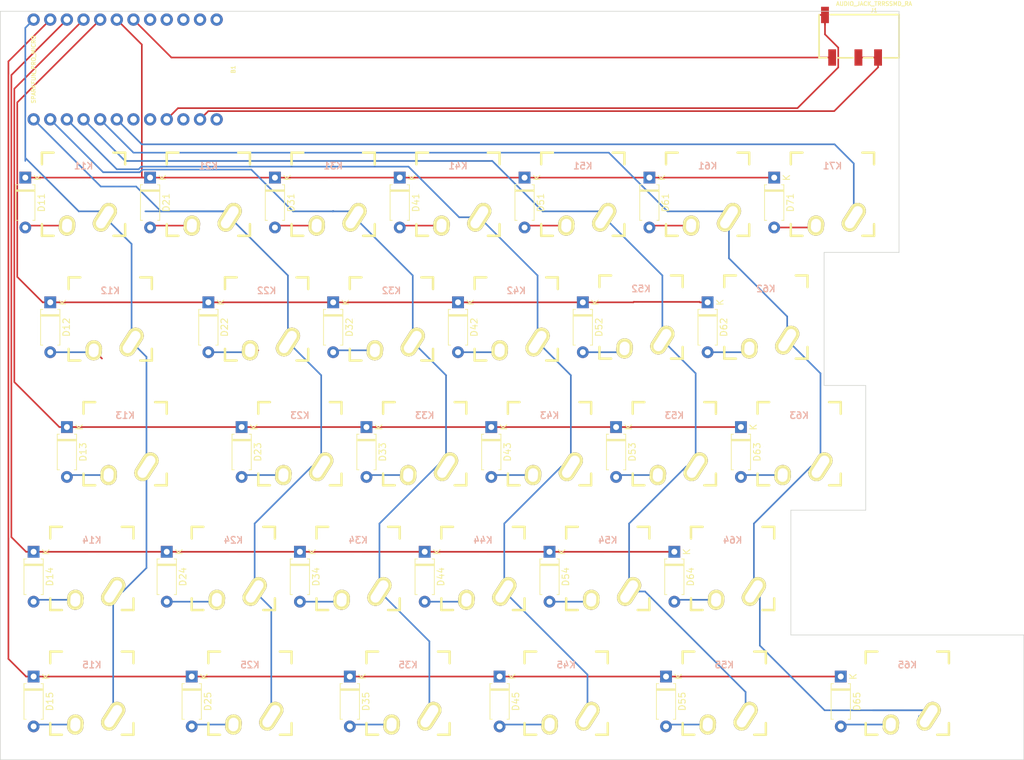
<source format=kicad_pcb>
(kicad_pcb (version 20171130) (host pcbnew 5.1.5-5.1.5)
  (layers (0 F.Cu signal) (31 B.Cu signal) (34 B.Paste user) (35 F.Paste user) (36 B.SilkS user) (37 F.SilkS user) (38 B.Mask user) (39 F.Mask user) (44 Edge.Cuts user))
  (net 0 "")
  (net 1 "Net-(D11-Pad2)")
  (net 2 "Net-(D12-Pad2)")
  (net 3 "Net-(D13-Pad2)")
  (net 4 "Net-(D14-Pad2)")
  (net 5 "Net-(D15-Pad2)")
  (net 6 "Net-(D21-Pad2)")
  (net 7 "Net-(D22-Pad2)")
  (net 8 "Net-(D23-Pad2)")
  (net 9 "Net-(D24-Pad2)")
  (net 10 "Net-(D25-Pad2)")
  (net 11 "Net-(D31-Pad2)")
  (net 12 "Net-(D32-Pad2)")
  (net 13 "Net-(D33-Pad2)")
  (net 14 "Net-(D34-Pad2)")
  (net 15 "Net-(D35-Pad2)")
  (net 16 "Net-(D41-Pad2)")
  (net 17 "Net-(D42-Pad2)")
  (net 18 "Net-(D43-Pad2)")
  (net 19 "Net-(D44-Pad2)")
  (net 20 "Net-(D45-Pad2)")
  (net 21 "Net-(D51-Pad2)")
  (net 22 "Net-(D52-Pad2)")
  (net 23 "Net-(D53-Pad2)")
  (net 24 "Net-(D54-Pad2)")
  (net 25 "Net-(D55-Pad2)")
  (net 26 "Net-(D61-Pad2)")
  (net 27 "Net-(D62-Pad2)")
  (net 28 "Net-(D63-Pad2)")
  (net 29 "Net-(D64-Pad2)")
  (net 30 "Net-(D65-Pad2)")
  (net 31 "Net-(D71-Pad2)")
  (net 32 /R1)
  (net 33 /R2)
  (net 34 /C1)
  (net 35 /C2)
  (net 36 /C3)
  (net 37 /C4)
  (net 38 /C5)
  (net 39 /C6)
  (net 40 /C7)
  (net 41 "Net-(B1-Pad6)")
  (net 42 /R3)
  (net 43 /R4)
  (net 44 /R5)
  (net 45 VCC)
  (net 46 GND)
  (module Boards:SPARKFUN_PRO_MICRO (layer F.Cu) (at 44.45 53.34 270)
    (fp_text reference B1 (at 0 -15.24 90) (layer F.SilkS) (effects (font (size 0.6096 0.6096) (thickness 0.127))))
    (fp_text value SPARKFUN_PRO_MICRO (at 0 15.24 90) (layer F.SilkS) (effects (font (size 0.6096 0.6096) (thickness 0.127))))
    (pad 1 thru_hole circle (at -7.62 -12.7 270) (size 1.8796 1.8796) (drill 1.016) (layers *.Cu *.Mask))
    (pad 2 thru_hole circle (at -7.62 -10.16 270) (size 1.8796 1.8796) (drill 1.016) (layers *.Cu *.Mask))
    (pad 3 thru_hole circle (at -7.62 -7.62 270) (size 1.8796 1.8796) (drill 1.016) (layers *.Cu *.Mask))
    (pad 4 thru_hole circle (at -7.62 -5.08 270) (size 1.8796 1.8796) (drill 1.016) (layers *.Cu *.Mask))
    (pad 5 thru_hole circle (at -7.62 -2.54 270) (size 1.8796 1.8796) (drill 1.016) (layers *.Cu *.Mask))
    (pad 6 thru_hole circle (at -7.62 0 270) (size 1.8796 1.8796) (drill 1.016) (layers *.Cu *.Mask) (net 41 "Net-(B1-Pad6)"))
    (pad 7 thru_hole circle (at -7.62 2.54 270) (size 1.8796 1.8796) (drill 1.016) (layers *.Cu *.Mask) (net 32 /R1))
    (pad 8 thru_hole circle (at -7.62 5.08 270) (size 1.8796 1.8796) (drill 1.016) (layers *.Cu *.Mask) (net 33 /R2))
    (pad 9 thru_hole circle (at -7.62 7.62 270) (size 1.8796 1.8796) (drill 1.016) (layers *.Cu *.Mask) (net 42 /R3))
    (pad 10 thru_hole circle (at -7.62 10.16 270) (size 1.8796 1.8796) (drill 1.016) (layers *.Cu *.Mask) (net 43 /R4))
    (pad 11 thru_hole circle (at -7.62 12.7 270) (size 1.8796 1.8796) (drill 1.016) (layers *.Cu *.Mask) (net 44 /R5))
    (pad 12 thru_hole circle (at -7.62 15.24 270) (size 1.8796 1.8796) (drill 1.016) (layers *.Cu *.Mask) (net 34 /C1))
    (pad 13 thru_hole circle (at 7.62 15.24 270) (size 1.8796 1.8796) (drill 1.016) (layers *.Cu *.Mask) (net 35 /C2))
    (pad 14 thru_hole circle (at 7.62 12.7 270) (size 1.8796 1.8796) (drill 1.016) (layers *.Cu *.Mask) (net 36 /C3))
    (pad 15 thru_hole circle (at 7.62 10.16 270) (size 1.8796 1.8796) (drill 1.016) (layers *.Cu *.Mask) (net 37 /C4))
    (pad 16 thru_hole circle (at 7.62 7.62 270) (size 1.8796 1.8796) (drill 1.016) (layers *.Cu *.Mask) (net 38 /C5))
    (pad 17 thru_hole circle (at 7.62 5.08 270) (size 1.8796 1.8796) (drill 1.016) (layers *.Cu *.Mask) (net 39 /C6))
    (pad 18 thru_hole circle (at 7.62 2.54 270) (size 1.8796 1.8796) (drill 1.016) (layers *.Cu *.Mask) (net 40 /C7))
    (pad 19 thru_hole circle (at 7.62 0 270) (size 1.8796 1.8796) (drill 1.016) (layers *.Cu *.Mask))
    (pad 20 thru_hole circle (at 7.62 -2.54 270) (size 1.8796 1.8796) (drill 1.016) (layers *.Cu *.Mask))
    (pad 21 thru_hole circle (at 7.62 -5.08 270) (size 1.8796 1.8796) (drill 1.016) (layers *.Cu *.Mask) (net 45 VCC))
    (pad 22 thru_hole circle (at 7.62 -7.62 270) (size 1.8796 1.8796) (drill 1.016) (layers *.Cu *.Mask))
    (pad 23 thru_hole circle (at 7.62 -10.16 270) (size 1.8796 1.8796) (drill 1.016) (layers *.Cu *.Mask) (net 46 GND))
    (pad 24 thru_hole circle (at 7.62 -12.7 270) (size 1.8796 1.8796) (drill 1.016) (layers *.Cu *.Mask))
  )
  (module keebs:Mx_Alps_125 (layer F.Cu) (at 38.1 129.54 180)
    (fp_text reference K14 (at 0 4.318) (layer B.SilkS) (effects (font (thickness 0.2)) (justify mirror)))
    (fp_text value KEYSW hide)
    (pad 2 thru_hole oval (at 2.52 -4.79 176.1) (size 2.5 3.08) (drill oval 1.5 2.08) (layers *.Cu *.Mask F.SilkS) (net 4 "Net-(D14-Pad2)"))
    (pad 1 thru_hole oval (at -3.255 -3.52 147.5) (size 2.5 4.75) (drill oval 1.5 3.75) (layers *.Cu *.Mask F.SilkS) (net 34 /C1))
    (pad HOLE np_thru_hole circle (at 5.08 0 180) (size 1.7018 1.7018) (drill 1.7018) (layers *.Cu))
    (pad HOLE np_thru_hole circle (at -5.08 0 180) (size 1.7018 1.7018) (drill 1.7018) (layers *.Cu))
    (pad HOLE np_thru_hole circle (at 0 0 180) (size 3.9878 3.9878) (drill 3.9878) (layers *.Cu))
  )
  (module keebs:Mx_Alps_150 (layer F.Cu) (at 40.906701 91.44 180)
    (fp_text reference K12 (at 0 4.318) (layer B.SilkS) (effects (font (thickness 0.2)) (justify mirror)))
    (fp_text value KEYSW hide)
    (pad HOLE np_thru_hole circle (at 0 0 180) (size 3.9878 3.9878) (drill 3.9878) (layers *.Cu))
    (pad HOLE np_thru_hole circle (at -5.08 0 180) (size 1.7018 1.7018) (drill 1.7018) (layers *.Cu))
    (pad HOLE np_thru_hole circle (at 5.08 0 180) (size 1.7018 1.7018) (drill 1.7018) (layers *.Cu))
    (pad 1 thru_hole oval (at -3.255 -3.52 147.5) (size 2.5 4.75) (drill oval 1.5 3.75) (layers *.Cu *.Mask F.SilkS) (net 34 /C1))
    (pad 2 thru_hole oval (at 2.52 -4.79 176.1) (size 2.5 3.08) (drill oval 1.5 2.08) (layers *.Cu *.Mask F.SilkS) (net 2 "Net-(D12-Pad2)"))
  )
  (module Diode_THT:D_A-405_P7.62mm_Horizontal (layer F.Cu) (at 29.21 146.05 270)
    (fp_text reference D15 (at 3.81 -2.47 90) (layer F.SilkS))
    (fp_text value D)
    (fp_text user K (at 0 -1.9 90) (layer F.SilkS))
    (pad 1 thru_hole rect (at 0 0 270) (size 1.8 1.8) (drill 0.9) (layers *.Cu *.Mask) (net 44 /R5))
    (pad 2 thru_hole oval (at 7.62 0 270) (size 1.8 1.8) (drill 0.9) (layers *.Cu *.Mask) (net 5 "Net-(D15-Pad2)"))
  )
  (module keebs:Mx_Alps_100 (layer F.Cu) (at 151.13 72.39 180)
    (fp_text reference K71 (at 0 4.318) (layer B.SilkS) (effects (font (thickness 0.2)) (justify mirror)))
    (fp_text value KEYSW hide)
    (pad 2 thru_hole oval (at 2.52 -4.79 176.1) (size 2.5 3.08) (drill oval 1.5 2.08) (layers *.Cu *.Mask F.SilkS) (net 31 "Net-(D71-Pad2)"))
    (pad 1 thru_hole oval (at -3.255 -3.52 147.5) (size 2.5 4.75) (drill oval 1.5 3.75) (layers *.Cu *.Mask F.SilkS) (net 40 /C7))
    (pad HOLE np_thru_hole circle (at 5.08 0 180) (size 1.7018 1.7018) (drill 1.7018) (layers *.Cu))
    (pad HOLE np_thru_hole circle (at -5.08 0 180) (size 1.7018 1.7018) (drill 1.7018) (layers *.Cu))
    (pad HOLE np_thru_hole circle (at 0 0 180) (size 3.9878 3.9878) (drill 3.9878) (layers *.Cu))
  )
  (module Diode_THT:D_A-405_P7.62mm_Horizontal (layer F.Cu) (at 27.94 69.85 270)
    (fp_text reference D11 (at 3.81 -2.47 90) (layer F.SilkS))
    (fp_text value D)
    (fp_text user K (at 0 -1.9 90) (layer F.SilkS))
    (pad 1 thru_hole rect (at 0 0 270) (size 1.8 1.8) (drill 0.9) (layers *.Cu *.Mask) (net 32 /R1))
    (pad 2 thru_hole oval (at 7.62 0 270) (size 1.8 1.8) (drill 0.9) (layers *.Cu *.Mask) (net 1 "Net-(D11-Pad2)"))
  )
  (module Diode_THT:D_A-405_P7.62mm_Horizontal (layer F.Cu) (at 31.75 88.9 270)
    (fp_text reference D12 (at 3.81 -2.47 90) (layer F.SilkS))
    (fp_text value D)
    (fp_text user K (at 0 -1.9 90) (layer F.SilkS))
    (pad 2 thru_hole oval (at 7.62 0 270) (size 1.8 1.8) (drill 0.9) (layers *.Cu *.Mask) (net 2 "Net-(D12-Pad2)"))
    (pad 1 thru_hole rect (at 0 0 270) (size 1.8 1.8) (drill 0.9) (layers *.Cu *.Mask) (net 33 /R2))
  )
  (module Diode_THT:D_A-405_P7.62mm_Horizontal (layer F.Cu) (at 34.29 107.95 270)
    (fp_text reference D13 (at 3.81 -2.47 90) (layer F.SilkS))
    (fp_text value D)
    (fp_text user K (at 0 -1.9 90) (layer F.SilkS))
    (pad 1 thru_hole rect (at 0 0 270) (size 1.8 1.8) (drill 0.9) (layers *.Cu *.Mask) (net 42 /R3))
    (pad 2 thru_hole oval (at 7.62 0 270) (size 1.8 1.8) (drill 0.9) (layers *.Cu *.Mask) (net 3 "Net-(D13-Pad2)"))
  )
  (module Diode_THT:D_A-405_P7.62mm_Horizontal (layer F.Cu) (at 29.21 127 270)
    (fp_text reference D14 (at 3.81 -2.47 90) (layer F.SilkS))
    (fp_text value D)
    (fp_text user K (at 0 -1.9 90) (layer F.SilkS))
    (pad 2 thru_hole oval (at 7.62 0 270) (size 1.8 1.8) (drill 0.9) (layers *.Cu *.Mask) (net 4 "Net-(D14-Pad2)"))
    (pad 1 thru_hole rect (at 0 0 270) (size 1.8 1.8) (drill 0.9) (layers *.Cu *.Mask) (net 43 /R4))
  )
  (module Diode_THT:D_A-405_P7.62mm_Horizontal (layer F.Cu) (at 46.99 69.85 270)
    (fp_text reference D21 (at 3.81 -2.47 90) (layer F.SilkS))
    (fp_text value D)
    (fp_text user K (at 0 -1.9 90) (layer F.SilkS))
    (pad 1 thru_hole rect (at 0 0 270) (size 1.8 1.8) (drill 0.9) (layers *.Cu *.Mask) (net 32 /R1))
    (pad 2 thru_hole oval (at 7.62 0 270) (size 1.8 1.8) (drill 0.9) (layers *.Cu *.Mask) (net 6 "Net-(D21-Pad2)"))
  )
  (module Diode_THT:D_A-405_P7.62mm_Horizontal (layer F.Cu) (at 55.88 88.9 270)
    (fp_text reference D22 (at 3.81 -2.47 90) (layer F.SilkS))
    (fp_text value D)
    (fp_text user K (at 0 -1.9 90) (layer F.SilkS))
    (pad 1 thru_hole rect (at 0 0 270) (size 1.8 1.8) (drill 0.9) (layers *.Cu *.Mask) (net 33 /R2))
    (pad 2 thru_hole oval (at 7.62 0 270) (size 1.8 1.8) (drill 0.9) (layers *.Cu *.Mask) (net 7 "Net-(D22-Pad2)"))
  )
  (module Diode_THT:D_A-405_P7.62mm_Horizontal (layer F.Cu) (at 60.96 107.95 270)
    (fp_text reference D23 (at 3.81 -2.47 90) (layer F.SilkS))
    (fp_text value D)
    (fp_text user K (at 0 -1.9 90) (layer F.SilkS))
    (pad 2 thru_hole oval (at 7.62 0 270) (size 1.8 1.8) (drill 0.9) (layers *.Cu *.Mask) (net 8 "Net-(D23-Pad2)"))
    (pad 1 thru_hole rect (at 0 0 270) (size 1.8 1.8) (drill 0.9) (layers *.Cu *.Mask) (net 42 /R3))
  )
  (module Diode_THT:D_A-405_P7.62mm_Horizontal (layer F.Cu) (at 49.53 127 270)
    (fp_text reference D24 (at 3.81 -2.47 90) (layer F.SilkS))
    (fp_text value D)
    (fp_text user K (at 0 -1.9 90) (layer F.SilkS))
    (pad 1 thru_hole rect (at 0 0 270) (size 1.8 1.8) (drill 0.9) (layers *.Cu *.Mask) (net 43 /R4))
    (pad 2 thru_hole oval (at 7.62 0 270) (size 1.8 1.8) (drill 0.9) (layers *.Cu *.Mask) (net 9 "Net-(D24-Pad2)"))
  )
  (module Diode_THT:D_A-405_P7.62mm_Horizontal (layer F.Cu) (at 53.34 146.05 270)
    (fp_text reference D25 (at 3.81 -2.47 90) (layer F.SilkS))
    (fp_text value D)
    (fp_text user K (at 0 -1.9 90) (layer F.SilkS))
    (pad 2 thru_hole oval (at 7.62 0 270) (size 1.8 1.8) (drill 0.9) (layers *.Cu *.Mask) (net 10 "Net-(D25-Pad2)"))
    (pad 1 thru_hole rect (at 0 0 270) (size 1.8 1.8) (drill 0.9) (layers *.Cu *.Mask) (net 44 /R5))
  )
  (module Diode_THT:D_A-405_P7.62mm_Horizontal (layer F.Cu) (at 66.04 69.85 270)
    (fp_text reference D31 (at 3.81 -2.47 90) (layer F.SilkS))
    (fp_text value D)
    (fp_text user K (at 0 -1.9 90) (layer F.SilkS))
    (pad 1 thru_hole rect (at 0 0 270) (size 1.8 1.8) (drill 0.9) (layers *.Cu *.Mask) (net 32 /R1))
    (pad 2 thru_hole oval (at 7.62 0 270) (size 1.8 1.8) (drill 0.9) (layers *.Cu *.Mask) (net 11 "Net-(D31-Pad2)"))
  )
  (module Diode_THT:D_A-405_P7.62mm_Horizontal (layer F.Cu) (at 74.93 88.9 270)
    (fp_text reference D32 (at 3.81 -2.47 90) (layer F.SilkS))
    (fp_text value D)
    (fp_text user K (at 0 -1.9 90) (layer F.SilkS))
    (pad 2 thru_hole oval (at 7.62 0 270) (size 1.8 1.8) (drill 0.9) (layers *.Cu *.Mask) (net 12 "Net-(D32-Pad2)"))
    (pad 1 thru_hole rect (at 0 0 270) (size 1.8 1.8) (drill 0.9) (layers *.Cu *.Mask) (net 33 /R2))
  )
  (module Diode_THT:D_A-405_P7.62mm_Horizontal (layer F.Cu) (at 80.01 107.95 270)
    (fp_text reference D33 (at 3.81 -2.47 90) (layer F.SilkS))
    (fp_text value D)
    (fp_text user K (at 0 -1.9 90) (layer F.SilkS))
    (pad 1 thru_hole rect (at 0 0 270) (size 1.8 1.8) (drill 0.9) (layers *.Cu *.Mask) (net 42 /R3))
    (pad 2 thru_hole oval (at 7.62 0 270) (size 1.8 1.8) (drill 0.9) (layers *.Cu *.Mask) (net 13 "Net-(D33-Pad2)"))
  )
  (module Diode_THT:D_A-405_P7.62mm_Horizontal (layer F.Cu) (at 69.85 127 270)
    (fp_text reference D34 (at 3.81 -2.47 90) (layer F.SilkS))
    (fp_text value D)
    (fp_text user K (at 0 -1.9 90) (layer F.SilkS))
    (pad 2 thru_hole oval (at 7.62 0 270) (size 1.8 1.8) (drill 0.9) (layers *.Cu *.Mask) (net 14 "Net-(D34-Pad2)"))
    (pad 1 thru_hole rect (at 0 0 270) (size 1.8 1.8) (drill 0.9) (layers *.Cu *.Mask) (net 43 /R4))
  )
  (module Diode_THT:D_A-405_P7.62mm_Horizontal (layer F.Cu) (at 77.47 146.05 270)
    (fp_text reference D35 (at 3.81 -2.47 90) (layer F.SilkS))
    (fp_text value D)
    (fp_text user K (at 0 -1.9 90) (layer F.SilkS))
    (pad 1 thru_hole rect (at 0 0 270) (size 1.8 1.8) (drill 0.9) (layers *.Cu *.Mask) (net 44 /R5))
    (pad 2 thru_hole oval (at 7.62 0 270) (size 1.8 1.8) (drill 0.9) (layers *.Cu *.Mask) (net 15 "Net-(D35-Pad2)"))
  )
  (module Diode_THT:D_A-405_P7.62mm_Horizontal (layer F.Cu) (at 85.09 69.85 270)
    (fp_text reference D41 (at 3.81 -2.47 90) (layer F.SilkS))
    (fp_text value D)
    (fp_text user K (at 0 -1.9 90) (layer F.SilkS))
    (pad 2 thru_hole oval (at 7.62 0 270) (size 1.8 1.8) (drill 0.9) (layers *.Cu *.Mask) (net 16 "Net-(D41-Pad2)"))
    (pad 1 thru_hole rect (at 0 0 270) (size 1.8 1.8) (drill 0.9) (layers *.Cu *.Mask) (net 32 /R1))
  )
  (module Diode_THT:D_A-405_P7.62mm_Horizontal (layer F.Cu) (at 93.98 88.9 270)
    (fp_text reference D42 (at 3.81 -2.47 90) (layer F.SilkS))
    (fp_text value D)
    (fp_text user K (at 0 -1.9 90) (layer F.SilkS))
    (pad 1 thru_hole rect (at 0 0 270) (size 1.8 1.8) (drill 0.9) (layers *.Cu *.Mask) (net 33 /R2))
    (pad 2 thru_hole oval (at 7.62 0 270) (size 1.8 1.8) (drill 0.9) (layers *.Cu *.Mask) (net 17 "Net-(D42-Pad2)"))
  )
  (module Diode_THT:D_A-405_P7.62mm_Horizontal (layer F.Cu) (at 99.06 107.95 270)
    (fp_text reference D43 (at 3.81 -2.47 90) (layer F.SilkS))
    (fp_text value D)
    (fp_text user K (at 0 -1.9 90) (layer F.SilkS))
    (pad 2 thru_hole oval (at 7.62 0 270) (size 1.8 1.8) (drill 0.9) (layers *.Cu *.Mask) (net 18 "Net-(D43-Pad2)"))
    (pad 1 thru_hole rect (at 0 0 270) (size 1.8 1.8) (drill 0.9) (layers *.Cu *.Mask) (net 42 /R3))
  )
  (module Diode_THT:D_A-405_P7.62mm_Horizontal (layer F.Cu) (at 88.9 127 270)
    (fp_text reference D44 (at 3.81 -2.47 90) (layer F.SilkS))
    (fp_text value D)
    (fp_text user K (at 0 -1.9 90) (layer F.SilkS))
    (pad 1 thru_hole rect (at 0 0 270) (size 1.8 1.8) (drill 0.9) (layers *.Cu *.Mask) (net 43 /R4))
    (pad 2 thru_hole oval (at 7.62 0 270) (size 1.8 1.8) (drill 0.9) (layers *.Cu *.Mask) (net 19 "Net-(D44-Pad2)"))
  )
  (module Diode_THT:D_A-405_P7.62mm_Horizontal (layer F.Cu) (at 100.33 146.05 270)
    (fp_text reference D45 (at 3.81 -2.47 90) (layer F.SilkS))
    (fp_text value D)
    (fp_text user K (at 0 -1.9 90) (layer F.SilkS))
    (pad 2 thru_hole oval (at 7.62 0 270) (size 1.8 1.8) (drill 0.9) (layers *.Cu *.Mask) (net 20 "Net-(D45-Pad2)"))
    (pad 1 thru_hole rect (at 0 0 270) (size 1.8 1.8) (drill 0.9) (layers *.Cu *.Mask) (net 44 /R5))
  )
  (module Diode_THT:D_A-405_P7.62mm_Horizontal (layer F.Cu) (at 104.14 69.85 270)
    (fp_text reference D51 (at 3.81 -2.47 90) (layer F.SilkS))
    (fp_text value D)
    (fp_text user K (at 0 -1.9 90) (layer F.SilkS))
    (pad 2 thru_hole oval (at 7.62 0 270) (size 1.8 1.8) (drill 0.9) (layers *.Cu *.Mask) (net 21 "Net-(D51-Pad2)"))
    (pad 1 thru_hole rect (at 0 0 270) (size 1.8 1.8) (drill 0.9) (layers *.Cu *.Mask) (net 32 /R1))
  )
  (module Diode_THT:D_A-405_P7.62mm_Horizontal (layer F.Cu) (at 113.03 88.9 270)
    (fp_text reference D52 (at 3.81 -2.47 90) (layer F.SilkS))
    (fp_text value D)
    (fp_text user K (at 0 -1.9 90) (layer F.SilkS))
    (pad 1 thru_hole rect (at 0 0 270) (size 1.8 1.8) (drill 0.9) (layers *.Cu *.Mask) (net 33 /R2))
    (pad 2 thru_hole oval (at 7.62 0 270) (size 1.8 1.8) (drill 0.9) (layers *.Cu *.Mask) (net 22 "Net-(D52-Pad2)"))
  )
  (module Diode_THT:D_A-405_P7.62mm_Horizontal (layer F.Cu) (at 118.11 107.95 270)
    (fp_text reference D53 (at 3.81 -2.47 90) (layer F.SilkS))
    (fp_text value D)
    (fp_text user K (at 0 -1.9 90) (layer F.SilkS))
    (pad 1 thru_hole rect (at 0 0 270) (size 1.8 1.8) (drill 0.9) (layers *.Cu *.Mask) (net 42 /R3))
    (pad 2 thru_hole oval (at 7.62 0 270) (size 1.8 1.8) (drill 0.9) (layers *.Cu *.Mask) (net 23 "Net-(D53-Pad2)"))
  )
  (module Diode_THT:D_A-405_P7.62mm_Horizontal (layer F.Cu) (at 107.95 127 270)
    (fp_text reference D54 (at 3.81 -2.47 90) (layer F.SilkS))
    (fp_text value D)
    (fp_text user K (at 0 -1.9 90) (layer F.SilkS))
    (pad 2 thru_hole oval (at 7.62 0 270) (size 1.8 1.8) (drill 0.9) (layers *.Cu *.Mask) (net 24 "Net-(D54-Pad2)"))
    (pad 1 thru_hole rect (at 0 0 270) (size 1.8 1.8) (drill 0.9) (layers *.Cu *.Mask) (net 43 /R4))
  )
  (module Diode_THT:D_A-405_P7.62mm_Horizontal (layer F.Cu) (at 125.73 146.05 270)
    (fp_text reference D55 (at 3.81 -2.47 90) (layer F.SilkS))
    (fp_text value D)
    (fp_text user K (at 0 -1.9 90) (layer F.SilkS))
    (pad 2 thru_hole oval (at 7.62 0 270) (size 1.8 1.8) (drill 0.9) (layers *.Cu *.Mask) (net 25 "Net-(D55-Pad2)"))
    (pad 1 thru_hole rect (at 0 0 270) (size 1.8 1.8) (drill 0.9) (layers *.Cu *.Mask) (net 44 /R5))
  )
  (module Diode_THT:D_A-405_P7.62mm_Horizontal (layer F.Cu) (at 123.19 69.85 270)
    (fp_text reference D61 (at 3.81 -2.47 90) (layer F.SilkS))
    (fp_text value D)
    (fp_text user K (at 0 -1.9 90) (layer F.SilkS))
    (pad 1 thru_hole rect (at 0 0 270) (size 1.8 1.8) (drill 0.9) (layers *.Cu *.Mask) (net 32 /R1))
    (pad 2 thru_hole oval (at 7.62 0 270) (size 1.8 1.8) (drill 0.9) (layers *.Cu *.Mask) (net 26 "Net-(D61-Pad2)"))
  )
  (module Diode_THT:D_A-405_P7.62mm_Horizontal (layer F.Cu) (at 132.08 88.9 270)
    (fp_text reference D62 (at 3.81 -2.47 90) (layer F.SilkS))
    (fp_text value D)
    (fp_text user K (at 0 -1.9 90) (layer F.SilkS))
    (pad 1 thru_hole rect (at 0 0 270) (size 1.8 1.8) (drill 0.9) (layers *.Cu *.Mask) (net 33 /R2))
    (pad 2 thru_hole oval (at 7.62 0 270) (size 1.8 1.8) (drill 0.9) (layers *.Cu *.Mask) (net 27 "Net-(D62-Pad2)"))
  )
  (module Diode_THT:D_A-405_P7.62mm_Horizontal (layer F.Cu) (at 137.16 107.95 270)
    (fp_text reference D63 (at 3.81 -2.47 90) (layer F.SilkS))
    (fp_text value D)
    (fp_text user K (at 0 -1.9 90) (layer F.SilkS))
    (pad 2 thru_hole oval (at 7.62 0 270) (size 1.8 1.8) (drill 0.9) (layers *.Cu *.Mask) (net 28 "Net-(D63-Pad2)"))
    (pad 1 thru_hole rect (at 0 0 270) (size 1.8 1.8) (drill 0.9) (layers *.Cu *.Mask) (net 42 /R3))
  )
  (module Diode_THT:D_A-405_P7.62mm_Horizontal (layer F.Cu) (at 127 127 270)
    (fp_text reference D64 (at 3.81 -2.47 90) (layer F.SilkS))
    (fp_text value D)
    (fp_text user K (at 0 -1.9 90) (layer F.SilkS))
    (pad 2 thru_hole oval (at 7.62 0 270) (size 1.8 1.8) (drill 0.9) (layers *.Cu *.Mask) (net 29 "Net-(D64-Pad2)"))
    (pad 1 thru_hole rect (at 0 0 270) (size 1.8 1.8) (drill 0.9) (layers *.Cu *.Mask) (net 43 /R4))
  )
  (module Diode_THT:D_A-405_P7.62mm_Horizontal (layer F.Cu) (at 152.4 146.05 270)
    (fp_text reference D65 (at 3.81 -2.47 90) (layer F.SilkS))
    (fp_text value D)
    (fp_text user K (at 0 -1.9 90) (layer F.SilkS))
    (pad 1 thru_hole rect (at 0 0 270) (size 1.8 1.8) (drill 0.9) (layers *.Cu *.Mask) (net 44 /R5))
    (pad 2 thru_hole oval (at 7.62 0 270) (size 1.8 1.8) (drill 0.9) (layers *.Cu *.Mask) (net 30 "Net-(D65-Pad2)"))
  )
  (module Diode_THT:D_A-405_P7.62mm_Horizontal (layer F.Cu) (at 142.24 69.85 270)
    (fp_text reference D71 (at 3.81 -2.47 90) (layer F.SilkS))
    (fp_text value D)
    (fp_text user K (at 0 -1.9 90) (layer F.SilkS))
    (pad 1 thru_hole rect (at 0 0 270) (size 1.8 1.8) (drill 0.9) (layers *.Cu *.Mask) (net 32 /R1))
    (pad 2 thru_hole oval (at 7.62 0 270) (size 1.8 1.8) (drill 0.9) (layers *.Cu *.Mask) (net 31 "Net-(D71-Pad2)"))
  )
  (module keebs:Mx_Alps_100 (layer F.Cu) (at 36.83 72.39 180)
    (fp_text reference K11 (at 0 4.318) (layer B.SilkS) (effects (font (thickness 0.2)) (justify mirror)))
    (fp_text value KEYSW hide)
    (pad HOLE np_thru_hole circle (at 0 0 180) (size 3.9878 3.9878) (drill 3.9878) (layers *.Cu))
    (pad HOLE np_thru_hole circle (at -5.08 0 180) (size 1.7018 1.7018) (drill 1.7018) (layers *.Cu))
    (pad HOLE np_thru_hole circle (at 5.08 0 180) (size 1.7018 1.7018) (drill 1.7018) (layers *.Cu))
    (pad 1 thru_hole oval (at -3.255 -3.52 147.5) (size 2.5 4.75) (drill oval 1.5 3.75) (layers *.Cu *.Mask F.SilkS) (net 34 /C1))
    (pad 2 thru_hole oval (at 2.52 -4.79 176.1) (size 2.5 3.08) (drill oval 1.5 2.08) (layers *.Cu *.Mask F.SilkS) (net 1 "Net-(D11-Pad2)"))
  )
  (module keebs:Mx_Alps_175 (layer F.Cu) (at 43.18 110.49 180)
    (fp_text reference K13 (at 0 4.318) (layer B.SilkS) (effects (font (thickness 0.2)) (justify mirror)))
    (fp_text value KEYSW hide)
    (pad HOLE np_thru_hole circle (at 0 0 180) (size 3.9878 3.9878) (drill 3.9878) (layers *.Cu))
    (pad HOLE np_thru_hole circle (at -5.08 0 180) (size 1.7018 1.7018) (drill 1.7018) (layers *.Cu))
    (pad HOLE np_thru_hole circle (at 5.08 0 180) (size 1.7018 1.7018) (drill 1.7018) (layers *.Cu))
    (pad 1 thru_hole oval (at -3.255 -3.52 147.5) (size 2.5 4.75) (drill oval 1.5 3.75) (layers *.Cu *.Mask F.SilkS) (net 34 /C1))
    (pad 2 thru_hole oval (at 2.52 -4.79 176.1) (size 2.5 3.08) (drill oval 1.5 2.08) (layers *.Cu *.Mask F.SilkS) (net 3 "Net-(D13-Pad2)"))
  )
  (module keebs:Mx_Alps_125 (layer F.Cu) (at 38.1 148.59 180)
    (fp_text reference K15 (at 0 4.318) (layer B.SilkS) (effects (font (thickness 0.2)) (justify mirror)))
    (fp_text value KEYSW hide)
    (pad 2 thru_hole oval (at 2.52 -4.79 176.1) (size 2.5 3.08) (drill oval 1.5 2.08) (layers *.Cu *.Mask F.SilkS) (net 5 "Net-(D15-Pad2)"))
    (pad 1 thru_hole oval (at -3.255 -3.52 147.5) (size 2.5 4.75) (drill oval 1.5 3.75) (layers *.Cu *.Mask F.SilkS) (net 34 /C1))
    (pad HOLE np_thru_hole circle (at 5.08 0 180) (size 1.7018 1.7018) (drill 1.7018) (layers *.Cu))
    (pad HOLE np_thru_hole circle (at -5.08 0 180) (size 1.7018 1.7018) (drill 1.7018) (layers *.Cu))
    (pad HOLE np_thru_hole circle (at 0 0 180) (size 3.9878 3.9878) (drill 3.9878) (layers *.Cu))
  )
  (module keebs:Mx_Alps_100 (layer F.Cu) (at 55.88 72.39 180)
    (fp_text reference K21 (at 0 4.318) (layer B.SilkS) (effects (font (thickness 0.2)) (justify mirror)))
    (fp_text value KEYSW hide)
    (pad 2 thru_hole oval (at 2.52 -4.79 176.1) (size 2.5 3.08) (drill oval 1.5 2.08) (layers *.Cu *.Mask F.SilkS) (net 6 "Net-(D21-Pad2)"))
    (pad 1 thru_hole oval (at -3.255 -3.52 147.5) (size 2.5 4.75) (drill oval 1.5 3.75) (layers *.Cu *.Mask F.SilkS) (net 35 /C2))
    (pad HOLE np_thru_hole circle (at 5.08 0 180) (size 1.7018 1.7018) (drill 1.7018) (layers *.Cu))
    (pad HOLE np_thru_hole circle (at -5.08 0 180) (size 1.7018 1.7018) (drill 1.7018) (layers *.Cu))
    (pad HOLE np_thru_hole circle (at 0 0 180) (size 3.9878 3.9878) (drill 3.9878) (layers *.Cu))
  )
  (module keebs:Mx_Alps_100 (layer F.Cu) (at 64.77 91.44 180)
    (fp_text reference K22 (at 0 4.318) (layer B.SilkS) (effects (font (thickness 0.2)) (justify mirror)))
    (fp_text value KEYSW hide)
    (pad HOLE np_thru_hole circle (at 0 0 180) (size 3.9878 3.9878) (drill 3.9878) (layers *.Cu))
    (pad HOLE np_thru_hole circle (at -5.08 0 180) (size 1.7018 1.7018) (drill 1.7018) (layers *.Cu))
    (pad HOLE np_thru_hole circle (at 5.08 0 180) (size 1.7018 1.7018) (drill 1.7018) (layers *.Cu))
    (pad 1 thru_hole oval (at -3.255 -3.52 147.5) (size 2.5 4.75) (drill oval 1.5 3.75) (layers *.Cu *.Mask F.SilkS) (net 35 /C2))
    (pad 2 thru_hole oval (at 2.52 -4.79 176.1) (size 2.5 3.08) (drill oval 1.5 2.08) (layers *.Cu *.Mask F.SilkS) (net 7 "Net-(D22-Pad2)"))
  )
  (module keebs:Mx_Alps_100 (layer F.Cu) (at 69.85 110.49 180)
    (fp_text reference K23 (at 0 4.318) (layer B.SilkS) (effects (font (thickness 0.2)) (justify mirror)))
    (fp_text value KEYSW hide)
    (pad HOLE np_thru_hole circle (at 0 0 180) (size 3.9878 3.9878) (drill 3.9878) (layers *.Cu))
    (pad HOLE np_thru_hole circle (at -5.08 0 180) (size 1.7018 1.7018) (drill 1.7018) (layers *.Cu))
    (pad HOLE np_thru_hole circle (at 5.08 0 180) (size 1.7018 1.7018) (drill 1.7018) (layers *.Cu))
    (pad 1 thru_hole oval (at -3.255 -3.52 147.5) (size 2.5 4.75) (drill oval 1.5 3.75) (layers *.Cu *.Mask F.SilkS) (net 35 /C2))
    (pad 2 thru_hole oval (at 2.52 -4.79 176.1) (size 2.5 3.08) (drill oval 1.5 2.08) (layers *.Cu *.Mask F.SilkS) (net 8 "Net-(D23-Pad2)"))
  )
  (module keebs:Mx_Alps_100 (layer F.Cu) (at 59.69 129.54 180)
    (fp_text reference K24 (at 0 4.318) (layer B.SilkS) (effects (font (thickness 0.2)) (justify mirror)))
    (fp_text value KEYSW hide)
    (pad HOLE np_thru_hole circle (at 0 0 180) (size 3.9878 3.9878) (drill 3.9878) (layers *.Cu))
    (pad HOLE np_thru_hole circle (at -5.08 0 180) (size 1.7018 1.7018) (drill 1.7018) (layers *.Cu))
    (pad HOLE np_thru_hole circle (at 5.08 0 180) (size 1.7018 1.7018) (drill 1.7018) (layers *.Cu))
    (pad 1 thru_hole oval (at -3.255 -3.52 147.5) (size 2.5 4.75) (drill oval 1.5 3.75) (layers *.Cu *.Mask F.SilkS) (net 35 /C2))
    (pad 2 thru_hole oval (at 2.52 -4.79 176.1) (size 2.5 3.08) (drill oval 1.5 2.08) (layers *.Cu *.Mask F.SilkS) (net 9 "Net-(D24-Pad2)"))
  )
  (module keebs:Mx_Alps_125 (layer F.Cu) (at 62.23 148.59 180)
    (fp_text reference K25 (at 0 4.318) (layer B.SilkS) (effects (font (thickness 0.2)) (justify mirror)))
    (fp_text value KEYSW hide)
    (pad HOLE np_thru_hole circle (at 0 0 180) (size 3.9878 3.9878) (drill 3.9878) (layers *.Cu))
    (pad HOLE np_thru_hole circle (at -5.08 0 180) (size 1.7018 1.7018) (drill 1.7018) (layers *.Cu))
    (pad HOLE np_thru_hole circle (at 5.08 0 180) (size 1.7018 1.7018) (drill 1.7018) (layers *.Cu))
    (pad 1 thru_hole oval (at -3.255 -3.52 147.5) (size 2.5 4.75) (drill oval 1.5 3.75) (layers *.Cu *.Mask F.SilkS) (net 35 /C2))
    (pad 2 thru_hole oval (at 2.52 -4.79 176.1) (size 2.5 3.08) (drill oval 1.5 2.08) (layers *.Cu *.Mask F.SilkS) (net 10 "Net-(D25-Pad2)"))
  )
  (module keebs:Mx_Alps_100 (layer F.Cu) (at 74.93 72.39 180)
    (fp_text reference K31 (at 0 4.318) (layer B.SilkS) (effects (font (thickness 0.2)) (justify mirror)))
    (fp_text value KEYSW hide)
    (pad 2 thru_hole oval (at 2.52 -4.79 176.1) (size 2.5 3.08) (drill oval 1.5 2.08) (layers *.Cu *.Mask F.SilkS) (net 11 "Net-(D31-Pad2)"))
    (pad 1 thru_hole oval (at -3.255 -3.52 147.5) (size 2.5 4.75) (drill oval 1.5 3.75) (layers *.Cu *.Mask F.SilkS) (net 36 /C3))
    (pad HOLE np_thru_hole circle (at 5.08 0 180) (size 1.7018 1.7018) (drill 1.7018) (layers *.Cu))
    (pad HOLE np_thru_hole circle (at -5.08 0 180) (size 1.7018 1.7018) (drill 1.7018) (layers *.Cu))
    (pad HOLE np_thru_hole circle (at 0 0 180) (size 3.9878 3.9878) (drill 3.9878) (layers *.Cu))
  )
  (module keebs:Mx_Alps_100 (layer F.Cu) (at 83.82 91.44 180)
    (fp_text reference K32 (at 0 4.318) (layer B.SilkS) (effects (font (thickness 0.2)) (justify mirror)))
    (fp_text value KEYSW hide)
    (pad HOLE np_thru_hole circle (at 0 0 180) (size 3.9878 3.9878) (drill 3.9878) (layers *.Cu))
    (pad HOLE np_thru_hole circle (at -5.08 0 180) (size 1.7018 1.7018) (drill 1.7018) (layers *.Cu))
    (pad HOLE np_thru_hole circle (at 5.08 0 180) (size 1.7018 1.7018) (drill 1.7018) (layers *.Cu))
    (pad 1 thru_hole oval (at -3.255 -3.52 147.5) (size 2.5 4.75) (drill oval 1.5 3.75) (layers *.Cu *.Mask F.SilkS) (net 36 /C3))
    (pad 2 thru_hole oval (at 2.52 -4.79 176.1) (size 2.5 3.08) (drill oval 1.5 2.08) (layers *.Cu *.Mask F.SilkS) (net 12 "Net-(D32-Pad2)"))
  )
  (module keebs:Mx_Alps_100 (layer F.Cu) (at 88.9 110.49 180)
    (fp_text reference K33 (at 0 4.318) (layer B.SilkS) (effects (font (thickness 0.2)) (justify mirror)))
    (fp_text value KEYSW hide)
    (pad 2 thru_hole oval (at 2.52 -4.79 176.1) (size 2.5 3.08) (drill oval 1.5 2.08) (layers *.Cu *.Mask F.SilkS) (net 13 "Net-(D33-Pad2)"))
    (pad 1 thru_hole oval (at -3.255 -3.52 147.5) (size 2.5 4.75) (drill oval 1.5 3.75) (layers *.Cu *.Mask F.SilkS) (net 36 /C3))
    (pad HOLE np_thru_hole circle (at 5.08 0 180) (size 1.7018 1.7018) (drill 1.7018) (layers *.Cu))
    (pad HOLE np_thru_hole circle (at -5.08 0 180) (size 1.7018 1.7018) (drill 1.7018) (layers *.Cu))
    (pad HOLE np_thru_hole circle (at 0 0 180) (size 3.9878 3.9878) (drill 3.9878) (layers *.Cu))
  )
  (module keebs:Mx_Alps_100 (layer F.Cu) (at 78.74 129.54 180)
    (fp_text reference K34 (at 0 4.318) (layer B.SilkS) (effects (font (thickness 0.2)) (justify mirror)))
    (fp_text value KEYSW hide)
    (pad 2 thru_hole oval (at 2.52 -4.79 176.1) (size 2.5 3.08) (drill oval 1.5 2.08) (layers *.Cu *.Mask F.SilkS) (net 14 "Net-(D34-Pad2)"))
    (pad 1 thru_hole oval (at -3.255 -3.52 147.5) (size 2.5 4.75) (drill oval 1.5 3.75) (layers *.Cu *.Mask F.SilkS) (net 36 /C3))
    (pad HOLE np_thru_hole circle (at 5.08 0 180) (size 1.7018 1.7018) (drill 1.7018) (layers *.Cu))
    (pad HOLE np_thru_hole circle (at -5.08 0 180) (size 1.7018 1.7018) (drill 1.7018) (layers *.Cu))
    (pad HOLE np_thru_hole circle (at 0 0 180) (size 3.9878 3.9878) (drill 3.9878) (layers *.Cu))
  )
  (module keebs:Mx_Alps_125 (layer F.Cu) (at 86.36 148.59 180)
    (fp_text reference K35 (at 0 4.318) (layer B.SilkS) (effects (font (thickness 0.2)) (justify mirror)))
    (fp_text value KEYSW hide)
    (pad HOLE np_thru_hole circle (at 0 0 180) (size 3.9878 3.9878) (drill 3.9878) (layers *.Cu))
    (pad HOLE np_thru_hole circle (at -5.08 0 180) (size 1.7018 1.7018) (drill 1.7018) (layers *.Cu))
    (pad HOLE np_thru_hole circle (at 5.08 0 180) (size 1.7018 1.7018) (drill 1.7018) (layers *.Cu))
    (pad 1 thru_hole oval (at -3.255 -3.52 147.5) (size 2.5 4.75) (drill oval 1.5 3.75) (layers *.Cu *.Mask F.SilkS) (net 36 /C3))
    (pad 2 thru_hole oval (at 2.52 -4.79 176.1) (size 2.5 3.08) (drill oval 1.5 2.08) (layers *.Cu *.Mask F.SilkS) (net 15 "Net-(D35-Pad2)"))
  )
  (module keebs:Mx_Alps_100 (layer F.Cu) (at 93.98 72.39 180)
    (fp_text reference K41 (at 0 4.318) (layer B.SilkS) (effects (font (thickness 0.2)) (justify mirror)))
    (fp_text value KEYSW hide)
    (pad 2 thru_hole oval (at 2.52 -4.79 176.1) (size 2.5 3.08) (drill oval 1.5 2.08) (layers *.Cu *.Mask F.SilkS) (net 16 "Net-(D41-Pad2)"))
    (pad 1 thru_hole oval (at -3.255 -3.52 147.5) (size 2.5 4.75) (drill oval 1.5 3.75) (layers *.Cu *.Mask F.SilkS) (net 37 /C4))
    (pad HOLE np_thru_hole circle (at 5.08 0 180) (size 1.7018 1.7018) (drill 1.7018) (layers *.Cu))
    (pad HOLE np_thru_hole circle (at -5.08 0 180) (size 1.7018 1.7018) (drill 1.7018) (layers *.Cu))
    (pad HOLE np_thru_hole circle (at 0 0 180) (size 3.9878 3.9878) (drill 3.9878) (layers *.Cu))
  )
  (module keebs:Mx_Alps_100 (layer F.Cu) (at 102.87 91.44 180)
    (fp_text reference K42 (at 0 4.318) (layer B.SilkS) (effects (font (thickness 0.2)) (justify mirror)))
    (fp_text value KEYSW hide)
    (pad HOLE np_thru_hole circle (at 0 0 180) (size 3.9878 3.9878) (drill 3.9878) (layers *.Cu))
    (pad HOLE np_thru_hole circle (at -5.08 0 180) (size 1.7018 1.7018) (drill 1.7018) (layers *.Cu))
    (pad HOLE np_thru_hole circle (at 5.08 0 180) (size 1.7018 1.7018) (drill 1.7018) (layers *.Cu))
    (pad 1 thru_hole oval (at -3.255 -3.52 147.5) (size 2.5 4.75) (drill oval 1.5 3.75) (layers *.Cu *.Mask F.SilkS) (net 37 /C4))
    (pad 2 thru_hole oval (at 2.52 -4.79 176.1) (size 2.5 3.08) (drill oval 1.5 2.08) (layers *.Cu *.Mask F.SilkS) (net 17 "Net-(D42-Pad2)"))
  )
  (module keebs:Mx_Alps_100 (layer F.Cu) (at 107.95 110.49 180)
    (fp_text reference K43 (at 0 4.318) (layer B.SilkS) (effects (font (thickness 0.2)) (justify mirror)))
    (fp_text value KEYSW hide)
    (pad HOLE np_thru_hole circle (at 0 0 180) (size 3.9878 3.9878) (drill 3.9878) (layers *.Cu))
    (pad HOLE np_thru_hole circle (at -5.08 0 180) (size 1.7018 1.7018) (drill 1.7018) (layers *.Cu))
    (pad HOLE np_thru_hole circle (at 5.08 0 180) (size 1.7018 1.7018) (drill 1.7018) (layers *.Cu))
    (pad 1 thru_hole oval (at -3.255 -3.52 147.5) (size 2.5 4.75) (drill oval 1.5 3.75) (layers *.Cu *.Mask F.SilkS) (net 37 /C4))
    (pad 2 thru_hole oval (at 2.52 -4.79 176.1) (size 2.5 3.08) (drill oval 1.5 2.08) (layers *.Cu *.Mask F.SilkS) (net 18 "Net-(D43-Pad2)"))
  )
  (module keebs:Mx_Alps_100 (layer F.Cu) (at 97.79 129.54 180)
    (fp_text reference K44 (at 0 4.318) (layer B.SilkS) (effects (font (thickness 0.2)) (justify mirror)))
    (fp_text value KEYSW hide)
    (pad 2 thru_hole oval (at 2.52 -4.79 176.1) (size 2.5 3.08) (drill oval 1.5 2.08) (layers *.Cu *.Mask F.SilkS) (net 19 "Net-(D44-Pad2)"))
    (pad 1 thru_hole oval (at -3.255 -3.52 147.5) (size 2.5 4.75) (drill oval 1.5 3.75) (layers *.Cu *.Mask F.SilkS) (net 37 /C4))
    (pad HOLE np_thru_hole circle (at 5.08 0 180) (size 1.7018 1.7018) (drill 1.7018) (layers *.Cu))
    (pad HOLE np_thru_hole circle (at -5.08 0 180) (size 1.7018 1.7018) (drill 1.7018) (layers *.Cu))
    (pad HOLE np_thru_hole circle (at 0 0 180) (size 3.9878 3.9878) (drill 3.9878) (layers *.Cu))
  )
  (module keebs:Mx_Alps_125 (layer F.Cu) (at 110.49 148.59 180)
    (fp_text reference K45 (at 0 4.318) (layer B.SilkS) (effects (font (thickness 0.2)) (justify mirror)))
    (fp_text value KEYSW hide)
    (pad HOLE np_thru_hole circle (at 0 0 180) (size 3.9878 3.9878) (drill 3.9878) (layers *.Cu))
    (pad HOLE np_thru_hole circle (at -5.08 0 180) (size 1.7018 1.7018) (drill 1.7018) (layers *.Cu))
    (pad HOLE np_thru_hole circle (at 5.08 0 180) (size 1.7018 1.7018) (drill 1.7018) (layers *.Cu))
    (pad 1 thru_hole oval (at -3.255 -3.52 147.5) (size 2.5 4.75) (drill oval 1.5 3.75) (layers *.Cu *.Mask F.SilkS) (net 37 /C4))
    (pad 2 thru_hole oval (at 2.52 -4.79 176.1) (size 2.5 3.08) (drill oval 1.5 2.08) (layers *.Cu *.Mask F.SilkS) (net 20 "Net-(D45-Pad2)"))
  )
  (module keebs:Mx_Alps_100 (layer F.Cu) (at 113.03 72.39 180)
    (fp_text reference K51 (at 0 4.318) (layer B.SilkS) (effects (font (thickness 0.2)) (justify mirror)))
    (fp_text value KEYSW hide)
    (pad 2 thru_hole oval (at 2.52 -4.79 176.1) (size 2.5 3.08) (drill oval 1.5 2.08) (layers *.Cu *.Mask F.SilkS) (net 21 "Net-(D51-Pad2)"))
    (pad 1 thru_hole oval (at -3.255 -3.52 147.5) (size 2.5 4.75) (drill oval 1.5 3.75) (layers *.Cu *.Mask F.SilkS) (net 38 /C5))
    (pad HOLE np_thru_hole circle (at 5.08 0 180) (size 1.7018 1.7018) (drill 1.7018) (layers *.Cu))
    (pad HOLE np_thru_hole circle (at -5.08 0 180) (size 1.7018 1.7018) (drill 1.7018) (layers *.Cu))
    (pad HOLE np_thru_hole circle (at 0 0 180) (size 3.9878 3.9878) (drill 3.9878) (layers *.Cu))
  )
  (module keebs:Mx_Alps_100 (layer F.Cu) (at 121.92 91.15 180)
    (fp_text reference K52 (at 0 4.318) (layer B.SilkS) (effects (font (thickness 0.2)) (justify mirror)))
    (fp_text value KEYSW hide)
    (pad HOLE np_thru_hole circle (at 0 0 180) (size 3.9878 3.9878) (drill 3.9878) (layers *.Cu))
    (pad HOLE np_thru_hole circle (at -5.08 0 180) (size 1.7018 1.7018) (drill 1.7018) (layers *.Cu))
    (pad HOLE np_thru_hole circle (at 5.08 0 180) (size 1.7018 1.7018) (drill 1.7018) (layers *.Cu))
    (pad 1 thru_hole oval (at -3.255 -3.52 147.5) (size 2.5 4.75) (drill oval 1.5 3.75) (layers *.Cu *.Mask F.SilkS) (net 38 /C5))
    (pad 2 thru_hole oval (at 2.52 -4.79 176.1) (size 2.5 3.08) (drill oval 1.5 2.08) (layers *.Cu *.Mask F.SilkS) (net 22 "Net-(D52-Pad2)"))
  )
  (module keebs:Mx_Alps_100 (layer F.Cu) (at 127 110.49 180)
    (fp_text reference K53 (at 0 4.318) (layer B.SilkS) (effects (font (thickness 0.2)) (justify mirror)))
    (fp_text value KEYSW hide)
    (pad HOLE np_thru_hole circle (at 0 0 180) (size 3.9878 3.9878) (drill 3.9878) (layers *.Cu))
    (pad HOLE np_thru_hole circle (at -5.08 0 180) (size 1.7018 1.7018) (drill 1.7018) (layers *.Cu))
    (pad HOLE np_thru_hole circle (at 5.08 0 180) (size 1.7018 1.7018) (drill 1.7018) (layers *.Cu))
    (pad 1 thru_hole oval (at -3.255 -3.52 147.5) (size 2.5 4.75) (drill oval 1.5 3.75) (layers *.Cu *.Mask F.SilkS) (net 38 /C5))
    (pad 2 thru_hole oval (at 2.52 -4.79 176.1) (size 2.5 3.08) (drill oval 1.5 2.08) (layers *.Cu *.Mask F.SilkS) (net 23 "Net-(D53-Pad2)"))
  )
  (module keebs:Mx_Alps_100 (layer F.Cu) (at 116.84 129.54 180)
    (fp_text reference K54 (at 0 4.318) (layer B.SilkS) (effects (font (thickness 0.2)) (justify mirror)))
    (fp_text value KEYSW hide)
    (pad HOLE np_thru_hole circle (at 0 0 180) (size 3.9878 3.9878) (drill 3.9878) (layers *.Cu))
    (pad HOLE np_thru_hole circle (at -5.08 0 180) (size 1.7018 1.7018) (drill 1.7018) (layers *.Cu))
    (pad HOLE np_thru_hole circle (at 5.08 0 180) (size 1.7018 1.7018) (drill 1.7018) (layers *.Cu))
    (pad 1 thru_hole oval (at -3.255 -3.52 147.5) (size 2.5 4.75) (drill oval 1.5 3.75) (layers *.Cu *.Mask F.SilkS) (net 38 /C5))
    (pad 2 thru_hole oval (at 2.52 -4.79 176.1) (size 2.5 3.08) (drill oval 1.5 2.08) (layers *.Cu *.Mask F.SilkS) (net 24 "Net-(D54-Pad2)"))
  )
  (module keebs:Mx_Alps_100 (layer F.Cu) (at 132.08 72.39 180)
    (fp_text reference K61 (at 0 4.318) (layer B.SilkS) (effects (font (thickness 0.2)) (justify mirror)))
    (fp_text value KEYSW hide)
    (pad 2 thru_hole oval (at 2.52 -4.79 176.1) (size 2.5 3.08) (drill oval 1.5 2.08) (layers *.Cu *.Mask F.SilkS) (net 26 "Net-(D61-Pad2)"))
    (pad 1 thru_hole oval (at -3.255 -3.52 147.5) (size 2.5 4.75) (drill oval 1.5 3.75) (layers *.Cu *.Mask F.SilkS) (net 39 /C6))
    (pad HOLE np_thru_hole circle (at 5.08 0 180) (size 1.7018 1.7018) (drill 1.7018) (layers *.Cu))
    (pad HOLE np_thru_hole circle (at -5.08 0 180) (size 1.7018 1.7018) (drill 1.7018) (layers *.Cu))
    (pad HOLE np_thru_hole circle (at 0 0 180) (size 3.9878 3.9878) (drill 3.9878) (layers *.Cu))
  )
  (module keebs:Mx_Alps_100 (layer F.Cu) (at 140.97 91.15 180)
    (fp_text reference K62 (at 0 4.318) (layer B.SilkS) (effects (font (thickness 0.2)) (justify mirror)))
    (fp_text value KEYSW hide)
    (pad 2 thru_hole oval (at 2.52 -4.79 176.1) (size 2.5 3.08) (drill oval 1.5 2.08) (layers *.Cu *.Mask F.SilkS) (net 27 "Net-(D62-Pad2)"))
    (pad 1 thru_hole oval (at -3.255 -3.52 147.5) (size 2.5 4.75) (drill oval 1.5 3.75) (layers *.Cu *.Mask F.SilkS) (net 39 /C6))
    (pad HOLE np_thru_hole circle (at 5.08 0 180) (size 1.7018 1.7018) (drill 1.7018) (layers *.Cu))
    (pad HOLE np_thru_hole circle (at -5.08 0 180) (size 1.7018 1.7018) (drill 1.7018) (layers *.Cu))
    (pad HOLE np_thru_hole circle (at 0 0 180) (size 3.9878 3.9878) (drill 3.9878) (layers *.Cu))
  )
  (module keebs:Mx_Alps_100 (layer F.Cu) (at 146.05 110.49 180)
    (fp_text reference K63 (at 0 4.318) (layer B.SilkS) (effects (font (thickness 0.2)) (justify mirror)))
    (fp_text value KEYSW hide)
    (pad 2 thru_hole oval (at 2.52 -4.79 176.1) (size 2.5 3.08) (drill oval 1.5 2.08) (layers *.Cu *.Mask F.SilkS) (net 28 "Net-(D63-Pad2)"))
    (pad 1 thru_hole oval (at -3.255 -3.52 147.5) (size 2.5 4.75) (drill oval 1.5 3.75) (layers *.Cu *.Mask F.SilkS) (net 39 /C6))
    (pad HOLE np_thru_hole circle (at 5.08 0 180) (size 1.7018 1.7018) (drill 1.7018) (layers *.Cu))
    (pad HOLE np_thru_hole circle (at -5.08 0 180) (size 1.7018 1.7018) (drill 1.7018) (layers *.Cu))
    (pad HOLE np_thru_hole circle (at 0 0 180) (size 3.9878 3.9878) (drill 3.9878) (layers *.Cu))
  )
  (module keebs:Mx_Alps_100 (layer F.Cu) (at 135.89 129.54 180)
    (fp_text reference K64 (at 0 4.318) (layer B.SilkS) (effects (font (thickness 0.2)) (justify mirror)))
    (fp_text value KEYSW hide)
    (pad HOLE np_thru_hole circle (at 0 0 180) (size 3.9878 3.9878) (drill 3.9878) (layers *.Cu))
    (pad HOLE np_thru_hole circle (at -5.08 0 180) (size 1.7018 1.7018) (drill 1.7018) (layers *.Cu))
    (pad HOLE np_thru_hole circle (at 5.08 0 180) (size 1.7018 1.7018) (drill 1.7018) (layers *.Cu))
    (pad 1 thru_hole oval (at -3.255 -3.52 147.5) (size 2.5 4.75) (drill oval 1.5 3.75) (layers *.Cu *.Mask F.SilkS) (net 39 /C6))
    (pad 2 thru_hole oval (at 2.52 -4.79 176.1) (size 2.5 3.08) (drill oval 1.5 2.08) (layers *.Cu *.Mask F.SilkS) (net 29 "Net-(D64-Pad2)"))
  )
  (module keebs:Mx_Alps_175 (layer F.Cu) (at 162.56 148.59 180)
    (fp_text reference K65 (at 0 4.318) (layer B.SilkS) (effects (font (thickness 0.2)) (justify mirror)))
    (fp_text value KEYSW hide)
    (pad 2 thru_hole oval (at 2.52 -4.79 176.1) (size 2.5 3.08) (drill oval 1.5 2.08) (layers *.Cu *.Mask F.SilkS) (net 30 "Net-(D65-Pad2)"))
    (pad 1 thru_hole oval (at -3.255 -3.52 147.5) (size 2.5 4.75) (drill oval 1.5 3.75) (layers *.Cu *.Mask F.SilkS) (net 39 /C6))
    (pad HOLE np_thru_hole circle (at 5.08 0 180) (size 1.7018 1.7018) (drill 1.7018) (layers *.Cu))
    (pad HOLE np_thru_hole circle (at -5.08 0 180) (size 1.7018 1.7018) (drill 1.7018) (layers *.Cu))
    (pad HOLE np_thru_hole circle (at 0 0 180) (size 3.9878 3.9878) (drill 3.9878) (layers *.Cu))
  )
  (module keebs:Mx_Alps_125 (layer F.Cu) (at 134.62 148.59 180)
    (fp_text reference K55 (at 0 4.318) (layer B.SilkS) (effects (font (thickness 0.2)) (justify mirror)))
    (fp_text value KEYSW hide)
    (pad HOLE np_thru_hole circle (at 0 0 180) (size 3.9878 3.9878) (drill 3.9878) (layers *.Cu))
    (pad HOLE np_thru_hole circle (at -5.08 0 180) (size 1.7018 1.7018) (drill 1.7018) (layers *.Cu))
    (pad HOLE np_thru_hole circle (at 5.08 0 180) (size 1.7018 1.7018) (drill 1.7018) (layers *.Cu))
    (pad 1 thru_hole oval (at -3.255 -3.52 147.5) (size 2.5 4.75) (drill oval 1.5 3.75) (layers *.Cu *.Mask F.SilkS) (net 38 /C5))
    (pad 2 thru_hole oval (at 2.52 -4.79 176.1) (size 2.5 3.08) (drill oval 1.5 2.08) (layers *.Cu *.Mask F.SilkS) (net 25 "Net-(D55-Pad2)"))
  )
  (module Connectors:AUDIO_JACK_3.5MM_TRRS_SMD_RA (layer F.Cu) (at 161.29 48.26 180)
    (fp_text reference J1 (at 3.81 3.937) (layer F.SilkS) (effects (font (size 0.6096 0.6096) (thickness 0.127))))
    (fp_text value AUDIO_JACK_TRRSSMD_RA (at 3.81 4.953) (layer F.SilkS) (effects (font (size 0.6096 0.6096) (thickness 0.127))))
    (pad EART smd rect (at 11.29792 3.24866 180) (size 1.19888 2.49936) (layers F.Cu F.Paste F.Mask) (net 45 VCC))
    (pad RING smd rect (at 6.1976 -3.24866 180) (size 1.19888 2.49936) (layers F.Cu F.Paste F.Mask) (net 46 GND))
    (pad RING smd rect (at 3.19786 -3.24866) (size 1.19888 2.49936) (layers F.Cu F.Paste F.Mask) (net 46 GND))
    (pad TIP smd rect (at 10.1981 -3.24866 180) (size 1.19888 2.49936) (layers F.Cu F.Paste F.Mask) (net 41 "Net-(B1-Pad6)"))
    (pad "" np_thru_hole circle (at 1.59766 0 180) (size 1.19888 1.19888) (drill 1.19888) (layers *.Cu *.Mask))
    (pad "" np_thru_hole circle (at 8.5979 0 180) (size 1.19888 1.19888) (drill 1.19888) (layers *.Cu *.Mask))
  )
  (gr_line (start 161.29 44.45) (end 161.29 81.28) (layer Edge.Cuts) (width 0.1))
  (gr_line (start 24.13 44.45) (end 161.29 44.45) (layer Edge.Cuts) (width 0.1))
  (gr_line (start 24.13 158.75) (end 24.13 44.45) (layer Edge.Cuts) (width 0.1))
  (gr_line (start 180.34 158.75) (end 24.13 158.75) (layer Edge.Cuts) (width 0.1))
  (gr_line (start 180.34 139.7) (end 180.34 158.75) (layer Edge.Cuts) (width 0.1))
  (gr_line (start 144.78 139.7) (end 180.34 139.7) (layer Edge.Cuts) (width 0.1))
  (gr_line (start 144.78 120.65) (end 144.78 139.7) (layer Edge.Cuts) (width 0.1))
  (gr_line (start 156.21 120.65) (end 144.78 120.65) (layer Edge.Cuts) (width 0.1))
  (gr_line (start 156.21 101.6) (end 156.21 120.65) (layer Edge.Cuts) (width 0.1))
  (gr_line (start 149.86 101.6) (end 156.21 101.6) (layer Edge.Cuts) (width 0.1))
  (gr_line (start 149.86 81.28) (end 149.86 101.6) (layer Edge.Cuts) (width 0.1))
  (gr_line (start 161.29 81.28) (end 149.86 81.28) (layer Edge.Cuts) (width 0.1))
  (segment (start 28.23 77.18) (end 27.94 77.47) (width 0.25) (layer F.Cu) (net 1))
  (segment (start 34.31 77.18) (end 28.23 77.18) (width 0.25) (layer F.Cu) (net 1))
  (segment (start 39.639336 97.482635) (end 39.390523 97.233822) (width 0.25) (layer F.Cu) (net 2))
  (segment (start 39.390523 97.233822) (end 38.386701 96.23) (width 0.25) (layer F.Cu) (net 2))
  (segment (start 38.096701 96.52) (end 38.386701 96.23) (width 0.25) (layer B.Cu) (net 2))
  (segment (start 31.75 96.52) (end 38.096701 96.52) (width 0.25) (layer B.Cu) (net 2))
  (segment (start 34.58 115.28) (end 34.29 115.57) (width 0.25) (layer B.Cu) (net 3))
  (segment (start 40.66 115.28) (end 34.58 115.28) (width 0.25) (layer B.Cu) (net 3))
  (segment (start 29.5 134.33) (end 29.21 134.62) (width 0.25) (layer B.Cu) (net 4))
  (segment (start 35.58 134.33) (end 29.5 134.33) (width 0.25) (layer B.Cu) (net 4))
  (segment (start 29.5 153.38) (end 29.21 153.67) (width 0.25) (layer B.Cu) (net 5))
  (segment (start 35.58 153.38) (end 29.5 153.38) (width 0.25) (layer B.Cu) (net 5))
  (segment (start 34.29 107.95) (end 60.96 107.95) (width 0.25) (layer F.Cu) (net 42))
  (segment (start 47.28 77.18) (end 46.99 77.47) (width 0.25) (layer F.Cu) (net 6))
  (segment (start 53.36 77.18) (end 47.28 77.18) (width 0.25) (layer F.Cu) (net 6))
  (segment (start 63.502901 96.23) (end 62.25 96.23) (width 0.25) (layer F.Cu) (net 7))
  (segment (start 61.96 96.52) (end 62.25 96.23) (width 0.25) (layer B.Cu) (net 7))
  (segment (start 55.88 96.52) (end 61.96 96.52) (width 0.25) (layer B.Cu) (net 7))
  (segment (start 61.25 115.28) (end 60.96 115.57) (width 0.25) (layer B.Cu) (net 8))
  (segment (start 67.33 115.28) (end 61.25 115.28) (width 0.25) (layer B.Cu) (net 8))
  (segment (start 56.88 134.62) (end 57.17 134.33) (width 0.25) (layer B.Cu) (net 9))
  (segment (start 49.53 134.62) (end 56.88 134.62) (width 0.25) (layer B.Cu) (net 9))
  (segment (start 53.63 153.38) (end 53.34 153.67) (width 0.25) (layer B.Cu) (net 10))
  (segment (start 59.71 153.38) (end 53.63 153.38) (width 0.25) (layer B.Cu) (net 10))
  (segment (start 66.33 77.18) (end 66.04 77.47) (width 0.25) (layer F.Cu) (net 11))
  (segment (start 72.41 77.18) (end 66.33 77.18) (width 0.25) (layer F.Cu) (net 11))
  (segment (start 75.22 96.23) (end 74.93 96.52) (width 0.25) (layer B.Cu) (net 12))
  (segment (start 81.3 96.23) (end 75.22 96.23) (width 0.25) (layer B.Cu) (net 12))
  (segment (start 80.3 115.28) (end 80.01 115.57) (width 0.25) (layer B.Cu) (net 13))
  (segment (start 86.38 115.28) (end 80.3 115.28) (width 0.25) (layer B.Cu) (net 13))
  (segment (start 75.93 134.62) (end 76.22 134.33) (width 0.25) (layer B.Cu) (net 14))
  (segment (start 69.85 134.62) (end 75.93 134.62) (width 0.25) (layer B.Cu) (net 14))
  (segment (start 77.76 153.38) (end 77.47 153.67) (width 0.25) (layer B.Cu) (net 15))
  (segment (start 83.84 153.38) (end 77.76 153.38) (width 0.25) (layer B.Cu) (net 15))
  (segment (start 85.38 77.18) (end 85.09 77.47) (width 0.25) (layer F.Cu) (net 16))
  (segment (start 91.46 77.18) (end 85.38 77.18) (width 0.25) (layer F.Cu) (net 16))
  (segment (start 100.06 96.52) (end 100.35 96.23) (width 0.25) (layer B.Cu) (net 17))
  (segment (start 93.98 96.52) (end 100.06 96.52) (width 0.25) (layer B.Cu) (net 17))
  (segment (start 99.35 115.28) (end 99.06 115.57) (width 0.25) (layer B.Cu) (net 18))
  (segment (start 105.43 115.28) (end 99.35 115.28) (width 0.25) (layer B.Cu) (net 18))
  (segment (start 94.98 134.62) (end 95.27 134.33) (width 0.25) (layer B.Cu) (net 19))
  (segment (start 88.9 134.62) (end 94.98 134.62) (width 0.25) (layer B.Cu) (net 19))
  (segment (start 100.62 153.38) (end 100.33 153.67) (width 0.25) (layer B.Cu) (net 20))
  (segment (start 107.97 153.38) (end 100.62 153.38) (width 0.25) (layer B.Cu) (net 20))
  (segment (start 104.43 77.18) (end 104.14 77.47) (width 0.25) (layer F.Cu) (net 21))
  (segment (start 110.51 77.18) (end 104.43 77.18) (width 0.25) (layer F.Cu) (net 21))
  (segment (start 118.82 96.52) (end 119.4 95.94) (width 0.25) (layer B.Cu) (net 22))
  (segment (start 113.03 96.52) (end 118.82 96.52) (width 0.25) (layer B.Cu) (net 22))
  (segment (start 118.4 115.28) (end 118.11 115.57) (width 0.25) (layer B.Cu) (net 23))
  (segment (start 124.48 115.28) (end 118.4 115.28) (width 0.25) (layer B.Cu) (net 23))
  (segment (start 114.03 134.62) (end 114.32 134.33) (width 0.25) (layer B.Cu) (net 24))
  (segment (start 107.95 134.62) (end 114.03 134.62) (width 0.25) (layer B.Cu) (net 24))
  (segment (start 126.02 153.38) (end 125.73 153.67) (width 0.25) (layer B.Cu) (net 25))
  (segment (start 132.1 153.38) (end 126.02 153.38) (width 0.25) (layer B.Cu) (net 25))
  (segment (start 123.48 77.18) (end 123.19 77.47) (width 0.25) (layer F.Cu) (net 26))
  (segment (start 129.56 77.18) (end 123.48 77.18) (width 0.25) (layer F.Cu) (net 26))
  (segment (start 137.87 96.52) (end 138.45 95.94) (width 0.25) (layer B.Cu) (net 27))
  (segment (start 132.08 96.52) (end 137.87 96.52) (width 0.25) (layer B.Cu) (net 27))
  (segment (start 137.45 115.28) (end 137.16 115.57) (width 0.25) (layer B.Cu) (net 28))
  (segment (start 143.53 115.28) (end 137.45 115.28) (width 0.25) (layer B.Cu) (net 28))
  (segment (start 127.29 134.33) (end 127 134.62) (width 0.25) (layer B.Cu) (net 29))
  (segment (start 133.37 134.33) (end 127.29 134.33) (width 0.25) (layer B.Cu) (net 29))
  (segment (start 152.69 153.38) (end 152.4 153.67) (width 0.25) (layer B.Cu) (net 30))
  (segment (start 160.04 153.38) (end 152.69 153.38) (width 0.25) (layer B.Cu) (net 30))
  (segment (start 148.32 77.47) (end 148.61 77.18) (width 0.25) (layer F.Cu) (net 31))
  (segment (start 142.24 77.47) (end 148.32 77.47) (width 0.25) (layer F.Cu) (net 31))
  (segment (start 27.94 69.85) (end 29.09 69.85) (width 0.25) (layer F.Cu) (net 32))
  (segment (start 27.94 69.85) (end 46.99 69.85) (width 0.25) (layer F.Cu) (net 32))
  (segment (start 46.99 69.85) (end 66.04 69.85) (width 0.25) (layer F.Cu) (net 32))
  (segment (start 66.04 69.85) (end 85.09 69.85) (width 0.25) (layer F.Cu) (net 32))
  (segment (start 85.09 69.85) (end 104.14 69.85) (width 0.25) (layer F.Cu) (net 32))
  (segment (start 123.19 69.85) (end 104.14 69.85) (width 0.25) (layer F.Cu) (net 32))
  (segment (start 123.19 69.85) (end 142.24 69.85) (width 0.25) (layer F.Cu) (net 32))
  (segment (start 45.725199 49.535199) (end 45.725199 69.735199) (width 0.25) (layer F.Cu) (net 32))
  (segment (start 45.84 69.85) (end 46.99 69.85) (width 0.25) (layer F.Cu) (net 32))
  (segment (start 45.725199 69.735199) (end 45.84 69.85) (width 0.25) (layer F.Cu) (net 32))
  (segment (start 41.91 45.72) (end 45.725199 49.535199) (width 0.25) (layer F.Cu) (net 32))
  (segment (start 31.75 88.9) (end 55.88 88.9) (width 0.25) (layer F.Cu) (net 33))
  (segment (start 55.88 88.9) (end 74.93 88.9) (width 0.25) (layer F.Cu) (net 33))
  (segment (start 74.93 88.9) (end 93.98 88.9) (width 0.25) (layer F.Cu) (net 33))
  (segment (start 93.98 88.9) (end 113.03 88.9) (width 0.25) (layer F.Cu) (net 33))
  (segment (start 130.93 88.9) (end 132.08 88.9) (width 0.25) (layer F.Cu) (net 33))
  (segment (start 120.806927 88.831099) (end 130.861099 88.831099) (width 0.25) (layer F.Cu) (net 33))
  (segment (start 120.738026 88.9) (end 120.806927 88.831099) (width 0.25) (layer F.Cu) (net 33))
  (segment (start 130.861099 88.831099) (end 130.93 88.9) (width 0.25) (layer F.Cu) (net 33))
  (segment (start 113.03 88.9) (end 120.738026 88.9) (width 0.25) (layer F.Cu) (net 33))
  (segment (start 26.714999 58.375001) (end 26.714999 85.014999) (width 0.25) (layer F.Cu) (net 33))
  (segment (start 30.6 88.9) (end 31.75 88.9) (width 0.25) (layer F.Cu) (net 33))
  (segment (start 26.714999 85.014999) (end 30.6 88.9) (width 0.25) (layer F.Cu) (net 33))
  (segment (start 39.37 45.72) (end 26.714999 58.375001) (width 0.25) (layer F.Cu) (net 33))
  (segment (start 36.104991 75.004657) (end 27.945199 66.844865) (width 0.25) (layer B.Cu) (net 34))
  (segment (start 39.179657 75.004657) (end 36.104991 75.004657) (width 0.25) (layer B.Cu) (net 34))
  (segment (start 40.085 75.91) (end 39.179657 75.004657) (width 0.25) (layer B.Cu) (net 34))
  (segment (start 44.161701 79.986701) (end 44.161701 94.96) (width 0.25) (layer B.Cu) (net 34))
  (segment (start 40.085 75.91) (end 44.161701 79.986701) (width 0.25) (layer B.Cu) (net 34))
  (segment (start 46.435 97.233299) (end 46.435 114.01) (width 0.25) (layer B.Cu) (net 34))
  (segment (start 44.161701 94.96) (end 46.435 97.233299) (width 0.25) (layer B.Cu) (net 34))
  (segment (start 46.435 129.46211) (end 42.83711 133.06) (width 0.25) (layer B.Cu) (net 34))
  (segment (start 42.83711 133.06) (end 41.355 133.06) (width 0.25) (layer B.Cu) (net 34))
  (segment (start 46.435 114.01) (end 46.435 129.46211) (width 0.25) (layer B.Cu) (net 34))
  (segment (start 41.355 133.06) (end 41.355 152.11) (width 0.25) (layer B.Cu) (net 34))
  (segment (start 27.945199 46.984801) (end 27.945199 67.304801) (width 0.25) (layer B.Cu) (net 34))
  (segment (start 29.21 45.72) (end 27.945199 46.984801) (width 0.25) (layer B.Cu) (net 34))
  (segment (start 65.485 135.6) (end 62.945 133.06) (width 0.25) (layer B.Cu) (net 35))
  (segment (start 65.485 152.11) (end 65.485 135.6) (width 0.25) (layer B.Cu) (net 35))
  (segment (start 71.62289 114.01) (end 73.105 114.01) (width 0.25) (layer B.Cu) (net 35))
  (segment (start 62.945 122.68789) (end 71.62289 114.01) (width 0.25) (layer B.Cu) (net 35))
  (segment (start 62.945 133.06) (end 62.945 122.68789) (width 0.25) (layer B.Cu) (net 35))
  (segment (start 73.105 100.04) (end 68.025 94.96) (width 0.25) (layer B.Cu) (net 35))
  (segment (start 73.105 114.01) (end 73.105 100.04) (width 0.25) (layer B.Cu) (net 35))
  (segment (start 68.025 84.8) (end 59.135 75.91) (width 0.25) (layer B.Cu) (net 35))
  (segment (start 68.025 94.96) (end 68.025 84.8) (width 0.25) (layer B.Cu) (net 35))
  (segment (start 58.229657 75.004657) (end 46.264991 75.004657) (width 0.25) (layer B.Cu) (net 35))
  (segment (start 58.229657 75.004657) (end 59.135 75.91) (width 0.25) (layer B.Cu) (net 35))
  (segment (start 48.648527 75.004657) (end 58.229657 75.004657) (width 0.25) (layer B.Cu) (net 35))
  (segment (start 44.857969 71.214099) (end 48.648527 75.004657) (width 0.25) (layer B.Cu) (net 35))
  (segment (start 39.464099 71.214099) (end 44.857969 71.214099) (width 0.25) (layer B.Cu) (net 35))
  (segment (start 29.21 60.96) (end 39.464099 71.214099) (width 0.25) (layer B.Cu) (net 35))
  (segment (start 89.615 140.68) (end 81.995 133.06) (width 0.25) (layer B.Cu) (net 36))
  (segment (start 89.615 152.11) (end 89.615 140.68) (width 0.25) (layer B.Cu) (net 36))
  (segment (start 81.995 122.68789) (end 91.44 113.24289) (width 0.25) (layer B.Cu) (net 36))
  (segment (start 81.995 133.06) (end 81.995 122.68789) (width 0.25) (layer B.Cu) (net 36))
  (segment (start 91.44 113.295) (end 92.155 114.01) (width 0.25) (layer B.Cu) (net 36))
  (segment (start 91.44 113.24289) (end 91.44 113.295) (width 0.25) (layer B.Cu) (net 36))
  (segment (start 92.155 100.04) (end 87.075 94.96) (width 0.25) (layer B.Cu) (net 36))
  (segment (start 92.155 114.01) (end 92.155 100.04) (width 0.25) (layer B.Cu) (net 36))
  (segment (start 87.075 84.8) (end 78.185 75.91) (width 0.25) (layer B.Cu) (net 36))
  (segment (start 87.075 94.96) (end 87.075 84.8) (width 0.25) (layer B.Cu) (net 36))
  (segment (start 78.185 75.91) (end 77.76 75.91) (width 0.25) (layer B.Cu) (net 36))
  (segment (start 77.279657 75.004657) (end 78.185 75.91) (width 0.25) (layer B.Cu) (net 36))
  (segment (start 62.429997 68.624999) (end 68.809655 75.004657) (width 0.25) (layer B.Cu) (net 36))
  (segment (start 45.829999 68.624999) (end 62.429997 68.624999) (width 0.25) (layer B.Cu) (net 36))
  (segment (start 45.424989 69.030009) (end 45.829999 68.624999) (width 0.25) (layer B.Cu) (net 36))
  (segment (start 39.820009 69.030009) (end 45.424989 69.030009) (width 0.25) (layer B.Cu) (net 36))
  (segment (start 31.75 60.96) (end 39.820009 69.030009) (width 0.25) (layer B.Cu) (net 36))
  (segment (start 74.855343 75.004657) (end 74.93 74.93) (width 0.25) (layer B.Cu) (net 36))
  (segment (start 74.855343 75.004657) (end 77.279657 75.004657) (width 0.25) (layer B.Cu) (net 36))
  (segment (start 68.809655 75.004657) (end 74.855343 75.004657) (width 0.25) (layer B.Cu) (net 36))
  (segment (start 111.205 100.04) (end 111.205 114.01) (width 0.25) (layer B.Cu) (net 37))
  (segment (start 106.125 94.96) (end 111.205 100.04) (width 0.25) (layer B.Cu) (net 37))
  (segment (start 101.045 122.68789) (end 101.045 131.019799) (width 0.25) (layer B.Cu) (net 37))
  (segment (start 101.045 131.019799) (end 101.045 133.06) (width 0.25) (layer B.Cu) (net 37))
  (segment (start 109.72289 114.01) (end 101.045 122.68789) (width 0.25) (layer B.Cu) (net 37))
  (segment (start 111.205 114.01) (end 109.72289 114.01) (width 0.25) (layer B.Cu) (net 37))
  (segment (start 113.745 145.76) (end 113.745 152.11) (width 0.25) (layer B.Cu) (net 37))
  (segment (start 101.045 133.06) (end 113.745 145.76) (width 0.25) (layer B.Cu) (net 37))
  (segment (start 106.125 84.8) (end 106.125 94.96) (width 0.25) (layer B.Cu) (net 37))
  (segment (start 97.235 75.91) (end 106.125 84.8) (width 0.25) (layer B.Cu) (net 37))
  (segment (start 95.75289 75.91) (end 97.235 75.91) (width 0.25) (layer B.Cu) (net 37))
  (segment (start 34.29 60.96) (end 41.91 68.58) (width 0.25) (layer B.Cu) (net 37))
  (segment (start 41.91 68.58) (end 45.238588 68.58) (width 0.25) (layer B.Cu) (net 37))
  (segment (start 94.160334 75.91) (end 95.75289 75.91) (width 0.25) (layer B.Cu) (net 37))
  (segment (start 86.425323 68.174989) (end 94.160334 75.91) (width 0.25) (layer B.Cu) (net 37))
  (segment (start 45.238588 68.58) (end 45.643599 68.174989) (width 0.25) (layer B.Cu) (net 37))
  (segment (start 45.643599 68.174989) (end 86.425323 68.174989) (width 0.25) (layer B.Cu) (net 37))
  (segment (start 121.57711 133.06) (end 120.095 133.06) (width 0.25) (layer B.Cu) (net 38))
  (segment (start 137.875 148.413026) (end 122.521974 133.06) (width 0.25) (layer B.Cu) (net 38))
  (segment (start 122.521974 133.06) (end 121.57711 133.06) (width 0.25) (layer B.Cu) (net 38))
  (segment (start 137.875 152.11) (end 137.875 148.413026) (width 0.25) (layer B.Cu) (net 38))
  (segment (start 128.77289 114.01) (end 130.255 114.01) (width 0.25) (layer B.Cu) (net 38))
  (segment (start 120.095 122.68789) (end 128.77289 114.01) (width 0.25) (layer B.Cu) (net 38))
  (segment (start 120.095 133.06) (end 120.095 122.68789) (width 0.25) (layer B.Cu) (net 38))
  (segment (start 130.255 99.75) (end 125.175 94.67) (width 0.25) (layer B.Cu) (net 38))
  (segment (start 130.255 114.01) (end 130.255 99.75) (width 0.25) (layer B.Cu) (net 38))
  (segment (start 125.175 84.8) (end 116.285 75.91) (width 0.25) (layer B.Cu) (net 38))
  (segment (start 125.175 94.67) (end 125.175 84.8) (width 0.25) (layer B.Cu) (net 38))
  (segment (start 36.83 60.96) (end 43.18 67.31) (width 0.25) (layer B.Cu) (net 38))
  (segment (start 106.909655 75.004657) (end 115.379657 75.004657) (width 0.25) (layer B.Cu) (net 38))
  (segment (start 115.379657 75.004657) (end 116.285 75.91) (width 0.25) (layer B.Cu) (net 38))
  (segment (start 99.214998 67.31) (end 106.909655 75.004657) (width 0.25) (layer B.Cu) (net 38))
  (segment (start 43.18 67.31) (end 99.214998 67.31) (width 0.25) (layer B.Cu) (net 38))
  (segment (start 144.225 92.629799) (end 144.225 94.67) (width 0.25) (layer B.Cu) (net 39))
  (segment (start 144.225 91.065334) (end 144.225 92.629799) (width 0.25) (layer B.Cu) (net 39))
  (segment (start 135.335 82.175334) (end 144.225 91.065334) (width 0.25) (layer B.Cu) (net 39))
  (segment (start 135.335 75.91) (end 135.335 82.175334) (width 0.25) (layer B.Cu) (net 39))
  (segment (start 149.305 99.75) (end 149.305 114.01) (width 0.25) (layer B.Cu) (net 39))
  (segment (start 144.225 94.67) (end 149.305 99.75) (width 0.25) (layer B.Cu) (net 39))
  (segment (start 139.145 122.68789) (end 139.145 131.019799) (width 0.25) (layer B.Cu) (net 39))
  (segment (start 147.82289 114.01) (end 139.145 122.68789) (width 0.25) (layer B.Cu) (net 39))
  (segment (start 139.145 131.019799) (end 139.145 133.06) (width 0.25) (layer B.Cu) (net 39))
  (segment (start 149.305 114.01) (end 147.82289 114.01) (width 0.25) (layer B.Cu) (net 39))
  (segment (start 39.37 60.96) (end 44.45 66.04) (width 0.25) (layer B.Cu) (net 39))
  (segment (start 134.429657 75.004657) (end 135.335 75.91) (width 0.25) (layer B.Cu) (net 39))
  (segment (start 116.994998 66.04) (end 125.959655 75.004657) (width 0.25) (layer B.Cu) (net 39))
  (segment (start 125.959655 75.004657) (end 134.429657 75.004657) (width 0.25) (layer B.Cu) (net 39))
  (segment (start 44.45 66.04) (end 116.994998 66.04) (width 0.25) (layer B.Cu) (net 39))
  (segment (start 164.33289 152.11) (end 165.815 152.11) (width 0.25) (layer B.Cu) (net 39))
  (segment (start 157.289657 151.204657) (end 164.909657 151.204657) (width 0.25) (layer B.Cu) (net 39))
  (segment (start 140.050343 133.965343) (end 140.050343 141.320343) (width 0.25) (layer B.Cu) (net 39))
  (segment (start 139.145 133.06) (end 140.050343 133.965343) (width 0.25) (layer B.Cu) (net 39))
  (segment (start 164.909657 151.204657) (end 165.815 152.11) (width 0.25) (layer B.Cu) (net 39))
  (segment (start 149.934657 151.204657) (end 164.909657 151.204657) (width 0.25) (layer B.Cu) (net 39))
  (segment (start 140.050343 141.320343) (end 149.934657 151.204657) (width 0.25) (layer B.Cu) (net 39))
  (segment (start 154.385 73.869799) (end 154.385 75.91) (width 0.25) (layer B.Cu) (net 40))
  (segment (start 151.45641 64.77) (end 154.385 67.69859) (width 0.25) (layer B.Cu) (net 40))
  (segment (start 45.72 64.77) (end 151.45641 64.77) (width 0.25) (layer B.Cu) (net 40))
  (segment (start 154.385 67.69859) (end 154.385 73.869799) (width 0.25) (layer B.Cu) (net 40))
  (segment (start 41.91 60.96) (end 45.72 64.77) (width 0.25) (layer B.Cu) (net 40))
  (segment (start 50.23866 51.50866) (end 44.45 45.72) (width 0.25) (layer F.Cu) (net 41))
  (segment (start 151.0919 51.50866) (end 50.23866 51.50866) (width 0.25) (layer F.Cu) (net 41))
  (segment (start 60.96 107.95) (end 80.01 107.95) (width 0.25) (layer F.Cu) (net 42))
  (segment (start 80.01 107.95) (end 99.06 107.95) (width 0.25) (layer F.Cu) (net 42))
  (segment (start 99.06 107.95) (end 118.11 107.95) (width 0.25) (layer F.Cu) (net 42))
  (segment (start 118.11 107.95) (end 137.16 107.95) (width 0.25) (layer F.Cu) (net 42))
  (segment (start 26.26499 101.07499) (end 26.26499 56.28501) (width 0.25) (layer F.Cu) (net 42))
  (segment (start 26.26499 56.28501) (end 35.890201 46.659799) (width 0.25) (layer F.Cu) (net 42))
  (segment (start 33.14 107.95) (end 26.26499 101.07499) (width 0.25) (layer F.Cu) (net 42))
  (segment (start 35.890201 46.659799) (end 36.83 45.72) (width 0.25) (layer F.Cu) (net 42))
  (segment (start 34.29 107.95) (end 33.14 107.95) (width 0.25) (layer F.Cu) (net 42))
  (segment (start 28.06 127) (end 29.21 127) (width 0.25) (layer F.Cu) (net 43))
  (segment (start 25.814981 54.195019) (end 25.814981 124.754981) (width 0.25) (layer F.Cu) (net 43))
  (segment (start 25.814981 124.754981) (end 28.06 127) (width 0.25) (layer F.Cu) (net 43))
  (segment (start 34.29 45.72) (end 25.814981 54.195019) (width 0.25) (layer F.Cu) (net 43))
  (segment (start 29.21 127) (end 49.53 127) (width 0.25) (layer F.Cu) (net 43))
  (segment (start 49.53 127) (end 69.85 127) (width 0.25) (layer F.Cu) (net 43))
  (segment (start 69.85 127) (end 88.9 127) (width 0.25) (layer F.Cu) (net 43))
  (segment (start 88.9 127) (end 107.95 127) (width 0.25) (layer F.Cu) (net 43))
  (segment (start 107.95 127) (end 127 127) (width 0.25) (layer F.Cu) (net 43))
  (segment (start 152.4 146.05) (end 125.73 146.05) (width 0.25) (layer F.Cu) (net 44))
  (segment (start 125.73 146.05) (end 100.33 146.05) (width 0.25) (layer F.Cu) (net 44))
  (segment (start 100.33 146.05) (end 77.47 146.05) (width 0.25) (layer F.Cu) (net 44))
  (segment (start 77.47 146.05) (end 53.34 146.05) (width 0.25) (layer F.Cu) (net 44))
  (segment (start 53.34 146.05) (end 29.21 146.05) (width 0.25) (layer F.Cu) (net 44))
  (segment (start 25.364971 52.105029) (end 30.810201 46.659799) (width 0.25) (layer F.Cu) (net 44))
  (segment (start 30.810201 46.659799) (end 31.75 45.72) (width 0.25) (layer F.Cu) (net 44))
  (segment (start 25.364971 143.354971) (end 25.364971 52.105029) (width 0.25) (layer F.Cu) (net 44))
  (segment (start 28.06 146.05) (end 25.364971 143.354971) (width 0.25) (layer F.Cu) (net 44))
  (segment (start 29.21 146.05) (end 28.06 146.05) (width 0.25) (layer F.Cu) (net 44))
  (segment (start 149.99208 45.01134) (end 149.99208 46.51102) (width 0.25) (layer F.Cu) (net 45))
  (segment (start 149.99208 45.01134) (end 149.14264 45.01134) (width 0.25) (layer F.Cu) (net 45))
  (via (at 49.53 60.96) (size 0.8) (drill 0.4) (layers F.Cu B.Cu) (net 45))
  (segment (start 50.469799 60.020201) (end 49.53 60.96) (width 0.25) (layer F.Cu) (net 45))
  (segment (start 145.789493 59.245189) (end 51.244811 59.245189) (width 0.25) (layer F.Cu) (net 45))
  (segment (start 51.244811 59.245189) (end 50.469799 60.020201) (width 0.25) (layer F.Cu) (net 45))
  (segment (start 152.016341 53.018341) (end 145.789493 59.245189) (width 0.25) (layer F.Cu) (net 45))
  (segment (start 152.016341 49.998979) (end 152.016341 53.018341) (width 0.25) (layer F.Cu) (net 45))
  (segment (start 149.99208 47.974718) (end 152.016341 49.998979) (width 0.25) (layer F.Cu) (net 45))
  (segment (start 149.99208 45.01134) (end 149.99208 47.974718) (width 0.25) (layer F.Cu) (net 45))
  (segment (start 55.549799 60.020201) (end 54.61 60.96) (width 0.25) (layer F.Cu) (net 46))
  (segment (start 55.874801 59.695199) (end 55.549799 60.020201) (width 0.25) (layer F.Cu) (net 46))
  (segment (start 151.405281 59.695199) (end 55.874801 59.695199) (width 0.25) (layer F.Cu) (net 46))
  (segment (start 158.09214 53.00834) (end 151.405281 59.695199) (width 0.25) (layer F.Cu) (net 46))
  (segment (start 158.09214 51.50866) (end 158.09214 53.00834) (width 0.25) (layer F.Cu) (net 46))
  (segment (start 155.94184 51.50866) (end 158.09214 51.50866) (width 0.25) (layer F.Cu) (net 46))
  (segment (start 155.0924 51.50866) (end 155.94184 51.50866) (width 0.25) (layer F.Cu) (net 46))
)
</source>
